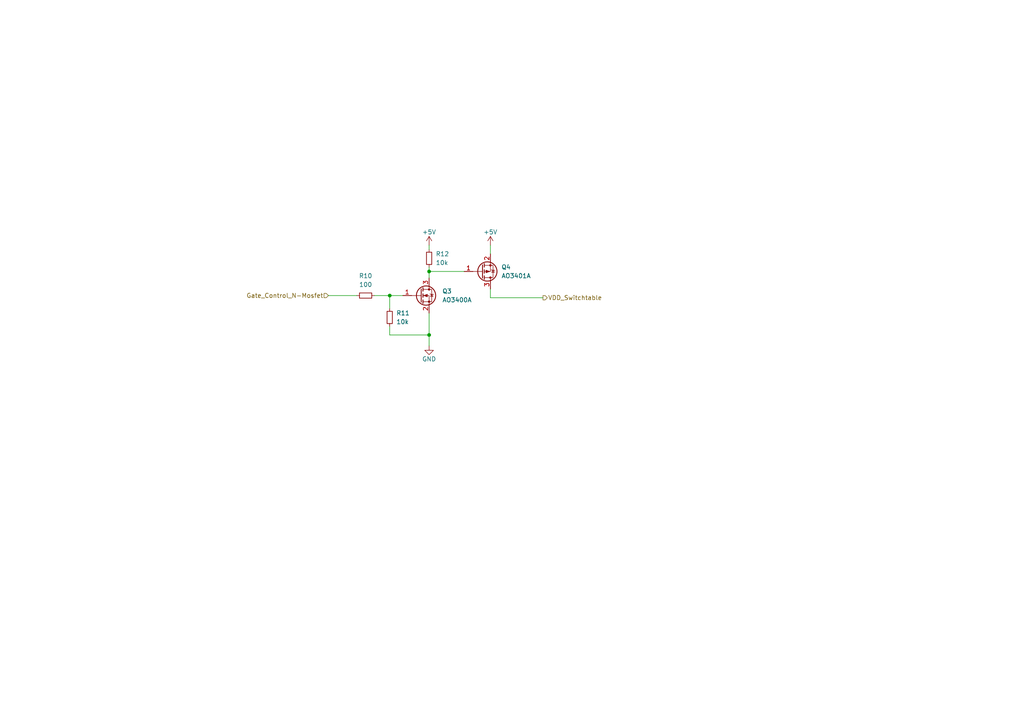
<source format=kicad_sch>
(kicad_sch (version 20230121) (generator eeschema)
  (paper "A4")
  (lib_symbols
    (symbol "Device:R_Small" (pin_numbers hide) (pin_names (offset 0.254) hide)
      (property "Reference" "R" (at 0.762 0.508 0))
      (property "Value" "R_Small" (at 0.762 -1.016 0))
      (symbol "R_Small_0_1"
        (rectangle (start -0.762 1.778) (end 0.762 -1.778) (stroke (width 0.2032)))
      )
      (symbol "R_Small_1_1"
        (pin passive line (at 0 2.54 270) (length 0.762) (name "~") (number "1"))
        (pin passive line (at 0 -2.54 90) (length 0.762) (name "~") (number "2"))
      )
    )
    (symbol "Transistor_FET:AO3400A" (pin_names hide)
      (property "Reference" "Q" (at 5.08 1.905 0))
      (property "Value" "AO3400A" (at 5.08 0 0))
      (symbol "AO3400A_0_1"
        (polyline (pts (xy 0.254 0) (xy -2.54 0)))
        (polyline (pts (xy 0.254 1.905) (xy 0.254 -1.905)) (stroke (width 0.254)))
        (polyline (pts (xy 0.762 -1.27) (xy 0.762 -2.286)) (stroke (width 0.254)))
        (polyline (pts (xy 0.762 0.508) (xy 0.762 -0.508)) (stroke (width 0.254)))
        (polyline (pts (xy 0.762 2.286) (xy 0.762 1.27)) (stroke (width 0.254)))
        (polyline (pts (xy 2.54 2.54) (xy 2.54 1.778)))
        (polyline (pts (xy 2.54 -2.54) (xy 2.54 0) (xy 0.762 0)))
        (polyline (pts (xy 0.762 -1.778) (xy 3.302 -1.778) (xy 3.302 1.778) (xy 0.762 1.778)))
        (polyline (pts (xy 1.016 0) (xy 2.032 0.381) (xy 2.032 -0.381) (xy 1.016 0)) (fill (type outline)))
        (polyline (pts (xy 2.794 0.508) (xy 2.921 0.381) (xy 3.683 0.381) (xy 3.81 0.254)))
        (polyline (pts (xy 3.302 0.381) (xy 2.921 -0.254) (xy 3.683 -0.254) (xy 3.302 0.381)))
        (circle (center 1.651 0) (radius 2.794) (stroke (width 0.254)))
        (circle (center 2.54 -1.778) (radius 0.254) (fill (type outline)))
        (circle (center 2.54 1.778) (radius 0.254) (fill (type outline)))
      )
      (symbol "AO3400A_1_1"
        (pin input line (at -5.08 0 0) (length 2.54) (name "G") (number "1"))
        (pin passive line (at 2.54 -5.08 90) (length 2.54) (name "S") (number "2"))
        (pin passive line (at 2.54 5.08 270) (length 2.54) (name "D") (number "3"))
      )
    )
    (symbol "Transistor_FET:AO3401A" (pin_names hide)
      (property "Reference" "Q" (at 5.08 1.905 0))
      (property "Value" "AO3401A" (at 5.08 0 0))
      (symbol "AO3401A_0_1"
        (polyline (pts (xy 0.254 0) (xy -2.54 0)))
        (polyline (pts (xy 0.254 1.905) (xy 0.254 -1.905)) (stroke (width 0.254)))
        (polyline (pts (xy 0.762 -1.27) (xy 0.762 -2.286)) (stroke (width 0.254)))
        (polyline (pts (xy 0.762 0.508) (xy 0.762 -0.508)) (stroke (width 0.254)))
        (polyline (pts (xy 0.762 2.286) (xy 0.762 1.27)) (stroke (width 0.254)))
        (polyline (pts (xy 2.54 2.54) (xy 2.54 1.778)))
        (polyline (pts (xy 2.54 -2.54) (xy 2.54 0) (xy 0.762 0)))
        (polyline (pts (xy 0.762 1.778) (xy 3.302 1.778) (xy 3.302 -1.778) (xy 0.762 -1.778)))
        (polyline (pts (xy 2.286 0) (xy 1.27 0.381) (xy 1.27 -0.381) (xy 2.286 0)) (fill (type outline)))
        (polyline (pts (xy 2.794 -0.508) (xy 2.921 -0.381) (xy 3.683 -0.381) (xy 3.81 -0.254)))
        (polyline (pts (xy 3.302 -0.381) (xy 2.921 0.254) (xy 3.683 0.254) (xy 3.302 -0.381)))
        (circle (center 1.651 0) (radius 2.794) (stroke (width 0.254)))
        (circle (center 2.54 -1.778) (radius 0.254) (fill (type outline)))
        (circle (center 2.54 1.778) (radius 0.254) (fill (type outline)))
      )
      (symbol "AO3401A_1_1"
        (pin input line (at -5.08 0 0) (length 2.54) (name "G") (number "1"))
        (pin passive line (at 2.54 -5.08 90) (length 2.54) (name "S") (number "2"))
        (pin passive line (at 2.54 5.08 270) (length 2.54) (name "D") (number "3"))
      )
    )
    (symbol "power:+5V" (power) (pin_names (offset 0))
      (property "Value" "+5V" (at 0 3.556 0))
      (symbol "+5V_0_1"
        (polyline (pts (xy -0.762 1.27) (xy 0 2.54)))
        (polyline (pts (xy 0 0) (xy 0 2.54)))
        (polyline (pts (xy 0 2.54) (xy 0.762 1.27)))
      )
      (symbol "+5V_1_1"
        (pin power_in line (at 0 0 90) (length 0) hide (name "+5V") (number "1"))
      )
    )
    (symbol "power:GND" (power) (pin_names (offset 0))
      (property "Value" "GND" (at 0 -3.81 0))
      (symbol "GND_0_1"
        (polyline (pts (xy 0 0) (xy 0 -1.27) (xy 1.27 -1.27) (xy 0 -2.54) (xy -1.27 -1.27) (xy 0 -1.27)))
      )
      (symbol "GND_1_1"
        (pin power_in line (at 0 0 270) (length 0) hide (name "GND") (number "1"))
      )
    )
  )
  (junction (at 124.46 78.74))
  (junction (at 124.46 97.155))
  (junction (at 113.03 85.725))
  (wire (pts (xy 142.24 83.82) (xy 142.24 86.36)))
  (wire (pts (xy 124.46 78.74) (xy 124.46 80.645)))
  (wire (pts (xy 113.03 97.155) (xy 124.46 97.155)))
  (wire (pts (xy 124.46 90.805) (xy 124.46 97.155)))
  (wire (pts (xy 142.24 71.12) (xy 142.24 73.66)))
  (wire (pts (xy 95.25 85.725) (xy 103.505 85.725)))
  (wire (pts (xy 124.46 77.47) (xy 124.46 78.74)))
  (wire (pts (xy 113.03 85.725) (xy 116.84 85.725)))
  (wire (pts (xy 124.46 78.74) (xy 134.62 78.74)))
  (wire (pts (xy 142.24 86.36) (xy 157.48 86.36)))
  (wire (pts (xy 108.585 85.725) (xy 113.03 85.725)))
  (wire (pts (xy 124.46 97.155) (xy 124.46 100.33)))
  (wire (pts (xy 124.46 71.12) (xy 124.46 72.39)))
  (wire (pts (xy 113.03 85.725) (xy 113.03 89.535)))
  (wire (pts (xy 113.03 94.615) (xy 113.03 97.155)))
  (hierarchical_label "VDD_Switchtable" (shape output) (at 157.48 86.36 0))
  (hierarchical_label "Gate_Control_N-Mosfet" (shape input) (at 95.25 85.725 180))
  (symbol (lib_id "power:+5V") (at 124.46 71.12 0) (unit 1)
    (property "Reference" "#PWR0115" (effects hide))
    (property "Value" "+5V" (at 124.46 67.31 0))
    (instances (project "Drawer_Controller" (path "" (reference "#PWR0115") (unit 1)) (path "" (reference "#PWR0156") (unit 1)) (path "" (reference "#PWR0159") (unit 1)) (path "" (reference "#PWR0136") (unit 1))))
  )
  (symbol (lib_id "Device:R_Small") (at 106.045 85.725 90) (unit 1)
    (property "Reference" "R10" (at 106.045 80.01 90))
    (property "Value" "100" (at 106.045 82.55 90))
    (property "Footprint" "Resistor_SMD:R_0805_2012Metric_Pad1.20x1.40mm_HandSolder" (effects hide))
    (instances (project "Drawer_Controller" (path "" (reference "R10") (unit 1)) (path "" (reference "R29") (unit 1)) (path "" (reference "R32") (unit 1)) (path "" (reference "R9") (unit 1))))
  )
  (symbol (lib_id "Transistor_FET:AO3400A") (at 121.92 85.725 0) (unit 1)
    (property "Reference" "Q3" (at 128.27 84.4549 0) (effects (justify left)))
    (property "Value" "AO3400A" (at 128.27 86.9949 0) (effects (justify left)))
    (property "Footprint" "Package_TO_SOT_SMD:SOT-23" (effects hide))
    (property "Datasheet" "http://www.aosmd.com/pdfs/datasheet/AO3400A.pdf" (effects hide))
    (instances (project "Drawer_Controller" (path "" (reference "Q3") (unit 1)) (path "" (reference "Q5") (unit 1)) (path "" (reference "Q7") (unit 1)) (path "" (reference "Q1") (unit 1))))
  )
  (symbol (lib_id "power:+5V") (at 142.24 71.12 0) (unit 1)
    (property "Reference" "#PWR0121" (effects hide))
    (property "Value" "+5V" (at 142.24 67.31 0))
    (instances (project "Drawer_Controller" (path "" (reference "#PWR0121") (unit 1)) (path "" (reference "#PWR0158") (unit 1)) (path "" (reference "#PWR0161") (unit 1)) (path "" (reference "#PWR0138") (unit 1))))
  )
  (symbol (lib_id "Device:R_Small") (at 113.03 92.075 0) (unit 1)
    (property "Reference" "R11" (at 114.935 90.8049 0) (effects (justify left)))
    (property "Value" "10k" (at 114.935 93.3449 0) (effects (justify left)))
    (property "Footprint" "Resistor_SMD:R_0805_2012Metric_Pad1.20x1.40mm_HandSolder" (effects hide))
    (instances (project "Drawer_Controller" (path "" (reference "R11") (unit 1)) (path "" (reference "R30") (unit 1)) (path "" (reference "R33") (unit 1)) (path "" (reference "R13") (unit 1))))
  )
  (symbol (lib_id "Device:R_Small") (at 124.46 74.93 0) (unit 1)
    (property "Reference" "R12" (at 126.365 73.6599 0) (effects (justify left)))
    (property "Value" "10k" (at 126.365 76.1999 0) (effects (justify left)))
    (property "Footprint" "Resistor_SMD:R_0805_2012Metric_Pad1.20x1.40mm_HandSolder" (effects hide))
    (instances (project "Drawer_Controller" (path "" (reference "R12") (unit 1)) (path "" (reference "R31") (unit 1)) (path "" (reference "R34") (unit 1)) (path "" (reference "R14") (unit 1))))
  )
  (symbol (lib_id "power:GND") (at 124.46 100.33 0) (unit 1)
    (property "Reference" "#PWR0116" (effects hide))
    (property "Value" "GND" (at 124.46 104.14 0))
    (instances (project "Drawer_Controller" (path "" (reference "#PWR0116") (unit 1)) (path "" (reference "#PWR0157") (unit 1)) (path "" (reference "#PWR0160") (unit 1)) (path "" (reference "#PWR0137") (unit 1))))
  )
  (symbol (lib_id "Transistor_FET:AO3401A") (at 139.7 78.74 0) (mirror x) (unit 1)
    (property "Reference" "Q4" (at 145.415 77.4699 0) (effects (justify left)))
    (property "Value" "AO3401A" (at 145.415 80.0099 0) (effects (justify left)))
    (property "Footprint" "Package_TO_SOT_SMD:SOT-23" (effects hide))
    (property "Datasheet" "http://www.aosmd.com/pdfs/datasheet/AO3401A.pdf" (effects hide))
    (instances (project "Drawer_Controller" (path "" (reference "Q4") (unit 1)) (path "" (reference "Q6") (unit 1)) (path "" (reference "Q8") (unit 1)) (path "" (reference "Q2") (unit 1))))
  )
)
</source>
